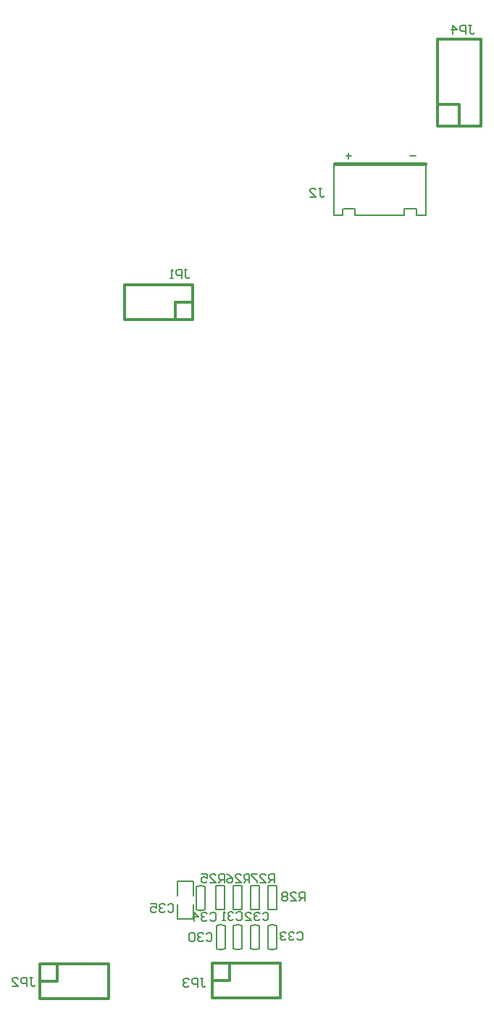
<source format=gbo>
G04 Layer_Color=32896*
%FSLAX25Y25*%
%MOIN*%
G70*
G01*
G75*
%ADD40C,0.01575*%
%ADD55C,0.00787*%
%ADD58C,0.01200*%
D40*
X236300Y387811D02*
X277709D01*
D55*
X172491Y44682D02*
G03*
X176469Y44661I2009J3818D01*
G01*
X176509Y55217D02*
G03*
X172531Y55239I-2009J-3818D01*
G01*
X209387Y37242D02*
G03*
X205410Y37264I-2009J-3818D01*
G01*
X205369Y26707D02*
G03*
X209347Y26686I2009J3818D01*
G01*
X201500Y37242D02*
G03*
X197522Y37264I-2009J-3818D01*
G01*
X197482Y26707D02*
G03*
X201459Y26686I2009J3818D01*
G01*
X193613Y37270D02*
G03*
X189635Y37291I-2009J-3818D01*
G01*
X189594Y26735D02*
G03*
X193572Y26714I2009J3818D01*
G01*
X185758Y37242D02*
G03*
X181780Y37264I-2009J-3818D01*
G01*
X181740Y26707D02*
G03*
X185717Y26686I2009J3818D01*
G01*
X209406Y44651D02*
Y55651D01*
X205406Y44651D02*
Y55651D01*
X209406D01*
X205406Y44651D02*
X209406D01*
X201462D02*
Y55651D01*
X197462Y44651D02*
Y55651D01*
X201462D01*
X197462Y44651D02*
X201462D01*
X193654D02*
Y55651D01*
X189654Y44651D02*
Y55651D01*
X193654D01*
X189654Y44651D02*
X193654D01*
X185696D02*
Y55651D01*
X181696Y44651D02*
Y55651D01*
X185696D01*
X181696Y44651D02*
X185696D01*
X235701Y364189D02*
Y387811D01*
X245600Y364189D02*
X268100D01*
X235701D02*
X240000D01*
Y367100D01*
X240100Y367200D02*
X245600D01*
Y364189D02*
Y367200D01*
X273700Y364189D02*
X278299D01*
X268100D02*
Y367100D01*
X268200Y367200D01*
X273700D01*
Y364189D02*
Y367200D01*
X278299Y364189D02*
Y387811D01*
X163957Y51000D02*
Y57713D01*
X171043Y51000D02*
Y57713D01*
Y40287D02*
Y47000D01*
X163957Y40287D02*
Y47000D01*
Y40287D02*
X171043D01*
X163957Y57713D02*
X171043D01*
X176500Y44661D02*
Y55100D01*
X172500Y44700D02*
Y55200D01*
X205378Y26825D02*
Y37264D01*
X209378Y26725D02*
Y37225D01*
X197491Y26825D02*
Y37264D01*
X201491Y26725D02*
Y37225D01*
X189603Y26853D02*
Y37291D01*
X193603Y26753D02*
Y37253D01*
X181749Y26825D02*
Y37264D01*
X185749Y26725D02*
Y37225D01*
X222451Y48746D02*
Y52682D01*
X220483D01*
X219827Y52026D01*
Y50714D01*
X220483Y50058D01*
X222451D01*
X221139D02*
X219827Y48746D01*
X215892D02*
X218515D01*
X215892Y51370D01*
Y52026D01*
X216547Y52682D01*
X217859D01*
X218515Y52026D01*
X214580D02*
X213924Y52682D01*
X212612D01*
X211956Y52026D01*
Y51370D01*
X212612Y50714D01*
X211956Y50058D01*
Y49402D01*
X212612Y48746D01*
X213924D01*
X214580Y49402D01*
Y50058D01*
X213924Y50714D01*
X214580Y51370D01*
Y52026D01*
X213924Y50714D02*
X212612D01*
X208500Y57000D02*
Y60936D01*
X206532D01*
X205876Y60280D01*
Y58968D01*
X206532Y58312D01*
X208500D01*
X207188D02*
X205876Y57000D01*
X201940D02*
X204564D01*
X201940Y59624D01*
Y60280D01*
X202596Y60936D01*
X203908D01*
X204564Y60280D01*
X200628Y60936D02*
X198005D01*
Y60280D01*
X200628Y57656D01*
Y57000D01*
X197000D02*
Y60936D01*
X195032D01*
X194376Y60280D01*
Y58968D01*
X195032Y58312D01*
X197000D01*
X195688D02*
X194376Y57000D01*
X190440D02*
X193064D01*
X190440Y59624D01*
Y60280D01*
X191096Y60936D01*
X192408D01*
X193064Y60280D01*
X186505Y60936D02*
X187817Y60280D01*
X189128Y58968D01*
Y57656D01*
X188473Y57000D01*
X187161D01*
X186505Y57656D01*
Y58312D01*
X187161Y58968D01*
X189128D01*
X185500Y57000D02*
Y60936D01*
X183532D01*
X182876Y60280D01*
Y58968D01*
X183532Y58312D01*
X185500D01*
X184188D02*
X182876Y57000D01*
X178940D02*
X181564D01*
X178940Y59624D01*
Y60280D01*
X179596Y60936D01*
X180908D01*
X181564Y60280D01*
X175005Y60936D02*
X177629D01*
Y58968D01*
X176317Y59624D01*
X175661D01*
X175005Y58968D01*
Y57656D01*
X175661Y57000D01*
X176973D01*
X177629Y57656D01*
X297876Y451436D02*
X299188D01*
X298532D01*
Y448156D01*
X299188Y447500D01*
X299844D01*
X300500Y448156D01*
X296564Y447500D02*
Y451436D01*
X294596D01*
X293940Y450780D01*
Y449468D01*
X294596Y448812D01*
X296564D01*
X290661Y447500D02*
Y451436D01*
X292629Y449468D01*
X290005D01*
X174376Y12936D02*
X175688D01*
X175032D01*
Y9656D01*
X175688Y9000D01*
X176344D01*
X177000Y9656D01*
X173064Y9000D02*
Y12936D01*
X171096D01*
X170440Y12280D01*
Y10968D01*
X171096Y10312D01*
X173064D01*
X169129Y12280D02*
X168473Y12936D01*
X167161D01*
X166505Y12280D01*
Y11624D01*
X167161Y10968D01*
X167817D01*
X167161D01*
X166505Y10312D01*
Y9656D01*
X167161Y9000D01*
X168473D01*
X169129Y9656D01*
X95876Y13436D02*
X97188D01*
X96532D01*
Y10156D01*
X97188Y9500D01*
X97844D01*
X98500Y10156D01*
X94564Y9500D02*
Y13436D01*
X92596D01*
X91940Y12780D01*
Y11468D01*
X92596Y10812D01*
X94564D01*
X88005Y9500D02*
X90628D01*
X88005Y12124D01*
Y12780D01*
X88661Y13436D01*
X89973D01*
X90628Y12780D01*
X167035Y339086D02*
X168347D01*
X167691D01*
Y335806D01*
X168347Y335150D01*
X169003D01*
X169659Y335806D01*
X165723Y335150D02*
Y339086D01*
X163755D01*
X163099Y338430D01*
Y337118D01*
X163755Y336462D01*
X165723D01*
X161787Y335150D02*
X160476D01*
X161132D01*
Y339086D01*
X161787Y338430D01*
X228876Y376436D02*
X230188D01*
X229532D01*
Y373156D01*
X230188Y372500D01*
X230844D01*
X231500Y373156D01*
X224940Y372500D02*
X227564D01*
X224940Y375124D01*
Y375780D01*
X225596Y376436D01*
X226908D01*
X227564Y375780D01*
X159376Y46780D02*
X160032Y47436D01*
X161344D01*
X162000Y46780D01*
Y44156D01*
X161344Y43500D01*
X160032D01*
X159376Y44156D01*
X158064Y46780D02*
X157408Y47436D01*
X156096D01*
X155440Y46780D01*
Y46124D01*
X156096Y45468D01*
X156752D01*
X156096D01*
X155440Y44812D01*
Y44156D01*
X156096Y43500D01*
X157408D01*
X158064Y44156D01*
X151505Y47436D02*
X154129D01*
Y45468D01*
X152817Y46124D01*
X152161D01*
X151505Y45468D01*
Y44156D01*
X152161Y43500D01*
X153473D01*
X154129Y44156D01*
X178876Y42780D02*
X179532Y43436D01*
X180844D01*
X181500Y42780D01*
Y40156D01*
X180844Y39500D01*
X179532D01*
X178876Y40156D01*
X177564Y42780D02*
X176908Y43436D01*
X175596D01*
X174940Y42780D01*
Y42124D01*
X175596Y41468D01*
X176252D01*
X175596D01*
X174940Y40812D01*
Y40156D01*
X175596Y39500D01*
X176908D01*
X177564Y40156D01*
X171661Y39500D02*
Y43436D01*
X173628Y41468D01*
X171005D01*
X218971Y33850D02*
X219627Y34506D01*
X220939D01*
X221595Y33850D01*
Y31226D01*
X220939Y30570D01*
X219627D01*
X218971Y31226D01*
X217659Y33850D02*
X217003Y34506D01*
X215691D01*
X215036Y33850D01*
Y33194D01*
X215691Y32538D01*
X216347D01*
X215691D01*
X215036Y31882D01*
Y31226D01*
X215691Y30570D01*
X217003D01*
X217659Y31226D01*
X213723Y33850D02*
X213068Y34506D01*
X211756D01*
X211100Y33850D01*
Y33194D01*
X211756Y32538D01*
X212412D01*
X211756D01*
X211100Y31882D01*
Y31226D01*
X211756Y30570D01*
X213068D01*
X213723Y31226D01*
X203058Y42872D02*
X203714Y43528D01*
X205026D01*
X205682Y42872D01*
Y40248D01*
X205026Y39592D01*
X203714D01*
X203058Y40248D01*
X201747Y42872D02*
X201091Y43528D01*
X199779D01*
X199123Y42872D01*
Y42216D01*
X199779Y41560D01*
X200435D01*
X199779D01*
X199123Y40904D01*
Y40248D01*
X199779Y39592D01*
X201091D01*
X201747Y40248D01*
X195187Y39592D02*
X197811D01*
X195187Y42216D01*
Y42872D01*
X195843Y43528D01*
X197155D01*
X197811Y42872D01*
X190982Y42943D02*
X191638Y43599D01*
X192950D01*
X193605Y42943D01*
Y40319D01*
X192950Y39663D01*
X191638D01*
X190982Y40319D01*
X189670Y42943D02*
X189014Y43599D01*
X187702D01*
X187046Y42943D01*
Y42287D01*
X187702Y41631D01*
X188358D01*
X187702D01*
X187046Y40975D01*
Y40319D01*
X187702Y39663D01*
X189014D01*
X189670Y40319D01*
X185734Y39663D02*
X184422D01*
X185078D01*
Y43599D01*
X185734Y42943D01*
X177058Y33282D02*
X177714Y33938D01*
X179026D01*
X179682Y33282D01*
Y30658D01*
X179026Y30002D01*
X177714D01*
X177058Y30658D01*
X175746Y33282D02*
X175090Y33938D01*
X173778D01*
X173122Y33282D01*
Y32626D01*
X173778Y31970D01*
X174434D01*
X173778D01*
X173122Y31314D01*
Y30658D01*
X173778Y30002D01*
X175090D01*
X175746Y30658D01*
X171810Y33282D02*
X171154Y33938D01*
X169843D01*
X169186Y33282D01*
Y30658D01*
X169843Y30002D01*
X171154D01*
X171810Y30658D01*
Y33282D01*
X273500Y391468D02*
X270876D01*
X244000D02*
X241376D01*
X242688Y392780D02*
Y390156D01*
D58*
X283500Y415000D02*
X293500D01*
Y405000D02*
Y415000D01*
X303500Y405000D02*
Y445000D01*
X283500D02*
X303500D01*
X283500Y405000D02*
Y445000D01*
Y405000D02*
X303500D01*
X187752Y12000D02*
Y20000D01*
X179752Y12000D02*
X187752D01*
X179752Y4000D02*
X211252D01*
Y20000D01*
X179752D02*
X211252D01*
X179752Y4000D02*
Y20000D01*
X100626Y3874D02*
Y19874D01*
X132126D01*
Y3874D02*
Y19874D01*
X100626Y3874D02*
X132126D01*
X100626Y11874D02*
X108626D01*
Y19874D01*
X162907Y316150D02*
Y324150D01*
X170907D01*
X139407Y332150D02*
X170907D01*
X139407Y316150D02*
Y332150D01*
Y316150D02*
X170907D01*
Y332150D01*
M02*

</source>
